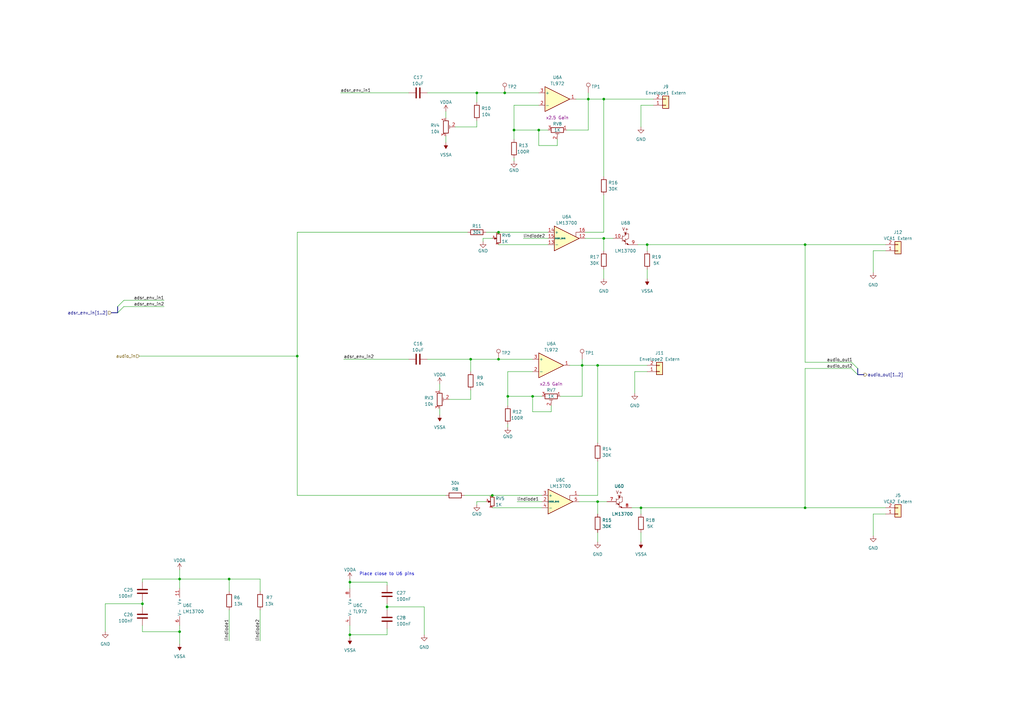
<source format=kicad_sch>
(kicad_sch (version 20230121) (generator eeschema)
  (paper "A3")
  (lib_symbols
    (symbol "Amplifier_Operational:LM13700" (pin_names (offset 0.127))
      (property "Reference" "U" (at 3.81 5.08 0))
      (property "Value" "LM13700" (at 5.08 -5.08 0))
      (symbol "LM13700_1_1"
        (polyline (pts (xy 3.81 -0.635) (xy 3.81 -2.54) (xy 5.08 -2.54)))
        (polyline (pts (xy 5.08 0) (xy -5.08 -5.08) (xy -5.08 5.08) (xy 5.08 0)) (stroke (width 0.254)) (fill (type background)))
        (pin output line (at 7.62 0 180) (length 2.54) (name "~") (number "12"))
        (pin input line (at -7.62 2.54 0) (length 2.54) (name "-") (number "13"))
        (pin input line (at -7.62 -2.54 0) (length 2.54) (name "+") (number "14"))
        (pin input line (at -7.62 0 0) (length 2.54) (name "DIODE_BIAS") (number "15"))
        (pin input line (at 7.62 -2.54 180) (length 2.54) (name "~") (number "16"))
      )
      (symbol "LM13700_2_0"
        (polyline (pts (xy -1.905 2.54) (xy -3.175 2.54)))
      )
      (symbol "LM13700_2_1"
        (circle (center -2.54 1.905) (radius 0.254) (stroke (width 0.254)) (fill (type outline)))
        (polyline (pts (xy -3.81 -0.635) (xy -2.54 -1.27)))
        (polyline (pts (xy -3.81 1.27) (xy -3.81 -1.27)))
        (polyline (pts (xy -2.54 -1.905) (xy -1.27 -2.54)))
        (polyline (pts (xy -2.54 0) (xy -2.54 -2.54)))
        (polyline (pts (xy -3.81 0.635) (xy -2.54 1.27) (xy -2.54 1.905) (xy -2.54 2.54)))
        (polyline (pts (xy -2.54 -1.27) (xy -3.175 -0.635) (xy -3.175 -1.27) (xy -2.54 -1.27)) (fill (type outline)))
        (polyline (pts (xy -2.54 -0.635) (xy -1.27 0) (xy -1.27 1.905) (xy -2.54 1.905)))
        (polyline (pts (xy -1.27 -2.54) (xy -1.905 -1.905) (xy -1.905 -2.54) (xy -1.27 -2.54)) (fill (type outline)))
        (text "V+" (at -2.54 3.81 0) (effects (font (size 1.27 1.27))))
        (pin input line (at -7.62 0 0) (length 3.81) (name "~") (number "10"))
        (pin output line (at 2.54 -2.54 180) (length 3.81) (name "~") (number "9"))
      )
      (symbol "LM13700_3_1"
        (polyline (pts (xy 3.81 -0.635) (xy 3.81 -2.54) (xy 5.08 -2.54)))
        (polyline (pts (xy 5.08 0) (xy -5.08 -5.08) (xy -5.08 5.08) (xy 5.08 0)) (stroke (width 0.254)) (fill (type background)))
        (pin input line (at 7.62 -2.54 180) (length 2.54) (name "~") (number "1"))
        (pin input line (at -7.62 0 0) (length 2.54) (name "DIODE_BIAS") (number "2"))
        (pin input line (at -7.62 -2.54 0) (length 2.54) (name "+") (number "3"))
        (pin input line (at -7.62 2.54 0) (length 2.54) (name "-") (number "4"))
        (pin output line (at 7.62 0 180) (length 2.54) (name "~") (number "5"))
      )
      (symbol "LM13700_4_0"
        (polyline (pts (xy -3.175 2.54) (xy -1.905 2.54)))
        (text "V+" (at -2.54 3.81 0) (effects (font (size 1.27 1.27))))
      )
      (symbol "LM13700_4_1"
        (circle (center -2.54 1.905) (radius 0.254) (stroke (width 0.254)) (fill (type outline)))
        (polyline (pts (xy -3.81 -0.635) (xy -2.54 -1.27)))
        (polyline (pts (xy -3.81 1.27) (xy -3.81 -1.27)))
        (polyline (pts (xy -2.54 -1.905) (xy -1.27 -2.54)))
        (polyline (pts (xy -2.54 0) (xy -2.54 -2.54)))
        (polyline (pts (xy -3.81 0.635) (xy -2.54 1.27) (xy -2.54 2.54)))
        (polyline (pts (xy -2.54 -1.27) (xy -3.175 -0.635) (xy -3.175 -1.27) (xy -2.54 -1.27)) (fill (type outline)))
        (polyline (pts (xy -2.54 -0.635) (xy -1.27 0) (xy -1.27 1.905) (xy -2.54 1.905)))
        (polyline (pts (xy -1.27 -2.54) (xy -1.905 -1.905) (xy -1.905 -2.54) (xy -1.27 -2.54)) (fill (type outline)))
        (pin input line (at -7.62 0 0) (length 3.81) (name "~") (number "7"))
        (pin output line (at 2.54 -2.54 180) (length 3.81) (name "~") (number "8"))
      )
      (symbol "LM13700_5_1"
        (pin power_in line (at -2.54 7.62 270) (length 3.81) (name "V+") (number "11"))
        (pin power_in line (at -2.54 -7.62 90) (length 3.81) (name "V-") (number "6"))
      )
    )
    (symbol "Amplifier_Operational:TL072" (pin_names (offset 0.127))
      (property "Reference" "U" (at 0 5.08 0))
      (property "Value" "TL072" (at 0 -5.08 0))
      (symbol "TL072_1_1"
        (polyline (pts (xy -5.08 5.08) (xy 5.08 0) (xy -5.08 -5.08) (xy -5.08 5.08)) (stroke (width 0.254)) (fill (type background)))
        (pin output line (at 7.62 0 180) (length 2.54) (name "~") (number "1"))
        (pin input line (at -7.62 -2.54 0) (length 2.54) (name "-") (number "2"))
        (pin input line (at -7.62 2.54 0) (length 2.54) (name "+") (number "3"))
      )
      (symbol "TL072_2_1"
        (polyline (pts (xy -5.08 5.08) (xy 5.08 0) (xy -5.08 -5.08) (xy -5.08 5.08)) (stroke (width 0.254)) (fill (type background)))
        (pin input line (at -7.62 2.54 0) (length 2.54) (name "+") (number "5"))
        (pin input line (at -7.62 -2.54 0) (length 2.54) (name "-") (number "6"))
        (pin output line (at 7.62 0 180) (length 2.54) (name "~") (number "7"))
      )
      (symbol "TL072_3_1"
        (pin power_in line (at -2.54 -7.62 90) (length 3.81) (name "V-") (number "4"))
        (pin power_in line (at -2.54 7.62 270) (length 3.81) (name "V+") (number "8"))
      )
    )
    (symbol "Connector:TestPoint" (pin_numbers hide) (pin_names (offset 0.762) hide)
      (property "Reference" "TP" (at 0 6.858 0))
      (property "Value" "TestPoint" (at 0 5.08 0))
      (symbol "TestPoint_0_1"
        (circle (center 0 3.302) (radius 0.762))
      )
      (symbol "TestPoint_1_1"
        (pin passive line (at 0 0 90) (length 2.54) (name "1") (number "1"))
      )
    )
    (symbol "Connector_Generic:Conn_01x02" (pin_names (offset 1.016) hide)
      (property "Reference" "J" (at 0 2.54 0))
      (property "Value" "Conn_01x02" (at 0 -5.08 0))
      (symbol "Conn_01x02_1_1"
        (rectangle (start -1.27 -2.413) (end 0 -2.667) (stroke (width 0.1524)))
        (rectangle (start -1.27 0.127) (end 0 -0.127) (stroke (width 0.1524)))
        (rectangle (start -1.27 1.27) (end 1.27 -3.81) (stroke (width 0.254)) (fill (type background)))
        (pin passive line (at -5.08 0 0) (length 3.81) (name "Pin_1") (number "1"))
        (pin passive line (at -5.08 -2.54 0) (length 3.81) (name "Pin_2") (number "2"))
      )
    )
    (symbol "Device:C" (pin_numbers hide) (pin_names (offset 0.254))
      (property "Reference" "C" (at 0.635 2.54 0))
      (property "Value" "C" (at 0.635 -2.54 0))
      (symbol "C_0_1"
        (polyline (pts (xy -2.032 -0.762) (xy 2.032 -0.762)) (stroke (width 0.508)))
        (polyline (pts (xy -2.032 0.762) (xy 2.032 0.762)) (stroke (width 0.508)))
      )
      (symbol "C_1_1"
        (pin passive line (at 0 3.81 270) (length 2.794) (name "~") (number "1"))
        (pin passive line (at 0 -3.81 90) (length 2.794) (name "~") (number "2"))
      )
    )
    (symbol "Device:R" (pin_numbers hide) (pin_names (offset 0))
      (property "Reference" "R" (at 2.032 0 90))
      (property "Value" "R" (at 0 0 90))
      (symbol "R_0_1"
        (rectangle (start -1.016 -2.54) (end 1.016 2.54) (stroke (width 0.254)))
      )
      (symbol "R_1_1"
        (pin passive line (at 0 3.81 270) (length 1.27) (name "~") (number "1"))
        (pin passive line (at 0 -3.81 90) (length 1.27) (name "~") (number "2"))
      )
    )
    (symbol "Device:R_Potentiometer_Small" (pin_names (offset 1.016) hide)
      (property "Reference" "RV" (at -4.445 0 90))
      (property "Value" "R_Potentiometer_Small" (at -2.54 0 90))
      (symbol "R_Potentiometer_Small_0_1"
        (polyline (pts (xy 0.889 0) (xy 0.635 0) (xy 1.651 0.381) (xy 1.651 -0.381) (xy 0.635 0) (xy 0.889 0)) (fill (type outline)))
        (rectangle (start 0.762 1.8034) (end -0.762 -1.8034) (stroke (width 0.254)))
      )
      (symbol "R_Potentiometer_Small_1_1"
        (pin passive line (at 0 2.54 270) (length 0.635) (name "1") (number "1"))
        (pin passive line (at 2.54 0 180) (length 0.9906) (name "2") (number "2"))
        (pin passive line (at 0 -2.54 90) (length 0.635) (name "3") (number "3"))
      )
    )
    (symbol "Device:R_Potentiometer_Trim" (pin_names (offset 1.016) hide)
      (property "Reference" "RV" (at -4.445 0 90))
      (property "Value" "R_Potentiometer_Trim" (at -2.54 0 90))
      (symbol "R_Potentiometer_Trim_0_1"
        (polyline (pts (xy 1.524 0.762) (xy 1.524 -0.762)))
        (polyline (pts (xy 2.54 0) (xy 1.524 0)))
        (rectangle (start 1.016 2.54) (end -1.016 -2.54) (stroke (width 0.254)))
      )
      (symbol "R_Potentiometer_Trim_1_1"
        (pin passive line (at 0 3.81 270) (length 1.27) (name "1") (number "1"))
        (pin passive line (at 3.81 0 180) (length 1.27) (name "2") (number "2"))
        (pin passive line (at 0 -3.81 90) (length 1.27) (name "3") (number "3"))
      )
    )
    (symbol "power:GND" (power) (pin_names (offset 0))
      (property "Value" "GND" (at 0 -3.81 0))
      (symbol "GND_0_1"
        (polyline (pts (xy 0 0) (xy 0 -1.27) (xy 1.27 -1.27) (xy 0 -2.54) (xy -1.27 -1.27) (xy 0 -1.27)))
      )
      (symbol "GND_1_1"
        (pin power_in line (at 0 0 270) (length 0) hide (name "GND") (number "1"))
      )
    )
    (symbol "power:VDDA" (power) (pin_names (offset 0))
      (property "Value" "VDDA" (at 0 3.81 0))
      (symbol "VDDA_0_1"
        (polyline (pts (xy -0.762 1.27) (xy 0 2.54)))
        (polyline (pts (xy 0 0) (xy 0 2.54)))
        (polyline (pts (xy 0 2.54) (xy 0.762 1.27)))
      )
      (symbol "VDDA_1_1"
        (pin power_in line (at 0 0 90) (length 0) hide (name "VDDA") (number "1"))
      )
    )
    (symbol "power:VSSA" (power) (pin_names (offset 0))
      (property "Value" "VSSA" (at 0 3.81 0))
      (symbol "VSSA_0_1"
        (polyline (pts (xy 0 0) (xy 0 2.54)))
        (polyline (pts (xy 0.762 1.27) (xy -0.762 1.27) (xy 0 2.54) (xy 0.762 1.27)) (fill (type outline)))
      )
      (symbol "VSSA_1_1"
        (pin power_in line (at 0 0 90) (length 0) hide (name "VSSA") (number "1"))
      )
    )
  )
  (junction (at 204.47 147.32))
  (junction (at 220.98 53.34))
  (junction (at 204.47 95.25))
  (junction (at 245.11 149.86))
  (junction (at 241.3 40.64))
  (junction (at 247.65 40.64))
  (junction (at 265.43 100.33))
  (junction (at 93.98 237.49))
  (junction (at 245.11 205.74))
  (junction (at 238.76 149.86))
  (junction (at 143.51 238.76))
  (junction (at 208.28 162.56))
  (junction (at 143.51 260.35))
  (junction (at 330.2 100.33))
  (junction (at 330.2 208.28))
  (junction (at 58.42 247.65))
  (junction (at 210.82 53.34))
  (junction (at 158.75 248.92))
  (junction (at 73.66 259.08))
  (junction (at 121.92 146.05))
  (junction (at 262.89 208.28))
  (junction (at 195.58 38.1))
  (junction (at 193.04 147.32))
  (junction (at 218.44 162.56))
  (junction (at 247.65 97.79))
  (junction (at 73.66 237.49))
  (junction (at 201.93 203.2))
  (junction (at 207.01 38.1))
  (bus_entry (at 351.79 151.13) (size -2.54 -2.54))
  (bus_entry (at 48.26 128.27) (size 2.54 -2.54))
  (bus_entry (at 48.26 125.73) (size 2.54 -2.54))
  (bus_entry (at 351.79 153.67) (size -2.54 -2.54))
  (wire (pts (xy 143.51 261.62) (xy 143.51 260.35)))
  (wire (pts (xy 247.65 110.49) (xy 247.65 114.3)))
  (wire (pts (xy 201.93 97.79) (xy 198.12 97.79)))
  (wire (pts (xy 140.97 147.32) (xy 167.64 147.32)))
  (wire (pts (xy 262.89 218.44) (xy 262.89 222.25)))
  (wire (pts (xy 247.65 40.64) (xy 247.65 72.39)))
  (wire (pts (xy 210.82 64.77) (xy 210.82 66.04)))
  (wire (pts (xy 245.11 205.74) (xy 248.92 205.74)))
  (wire (pts (xy 180.34 167.64) (xy 180.34 170.18)))
  (wire (pts (xy 143.51 260.35) (xy 158.75 260.35)))
  (wire (pts (xy 262.89 208.28) (xy 262.89 210.82)))
  (wire (pts (xy 233.68 149.86) (xy 238.76 149.86)))
  (wire (pts (xy 208.28 162.56) (xy 218.44 162.56)))
  (wire (pts (xy 241.3 38.1) (xy 241.3 40.64)))
  (wire (pts (xy 193.04 147.32) (xy 193.04 152.4)))
  (wire (pts (xy 238.76 149.86) (xy 245.11 149.86)))
  (wire (pts (xy 201.93 208.28) (xy 222.25 208.28)))
  (wire (pts (xy 210.82 43.18) (xy 210.82 53.34)))
  (wire (pts (xy 228.6 59.69) (xy 220.98 59.69)))
  (wire (pts (xy 212.09 205.74) (xy 222.25 205.74)))
  (wire (pts (xy 106.68 242.57) (xy 106.68 237.49)))
  (wire (pts (xy 247.65 95.25) (xy 247.65 80.01)))
  (wire (pts (xy 43.18 247.65) (xy 43.18 259.08)))
  (wire (pts (xy 204.47 147.32) (xy 218.44 147.32)))
  (wire (pts (xy 260.35 152.4) (xy 260.35 161.29)))
  (wire (pts (xy 210.82 53.34) (xy 220.98 53.34)))
  (wire (pts (xy 182.88 55.88) (xy 182.88 58.42)))
  (wire (pts (xy 240.03 95.25) (xy 247.65 95.25)))
  (wire (pts (xy 199.39 205.74) (xy 195.58 205.74)))
  (wire (pts (xy 226.06 168.91) (xy 218.44 168.91)))
  (wire (pts (xy 210.82 43.18) (xy 220.98 43.18)))
  (wire (pts (xy 363.22 210.82) (xy 358.14 210.82)))
  (wire (pts (xy 262.89 208.28) (xy 330.2 208.28)))
  (wire (pts (xy 158.75 247.65) (xy 158.75 248.92)))
  (wire (pts (xy 190.5 203.2) (xy 201.93 203.2)))
  (wire (pts (xy 57.15 146.05) (xy 121.92 146.05)))
  (wire (pts (xy 204.47 95.25) (xy 224.79 95.25)))
  (wire (pts (xy 199.39 95.25) (xy 204.47 95.25)))
  (wire (pts (xy 330.2 151.13) (xy 349.25 151.13)))
  (wire (pts (xy 139.7 38.1) (xy 167.64 38.1)))
  (bus (pts (xy 354.33 153.67) (xy 351.79 153.67)))
  (wire (pts (xy 238.76 147.32) (xy 238.76 149.86)))
  (wire (pts (xy 210.82 53.34) (xy 210.82 57.15)))
  (wire (pts (xy 267.97 43.18) (xy 262.89 43.18)))
  (wire (pts (xy 158.75 248.92) (xy 173.99 248.92)))
  (wire (pts (xy 330.2 100.33) (xy 363.22 100.33)))
  (wire (pts (xy 106.68 250.19) (xy 106.68 262.89)))
  (wire (pts (xy 358.14 102.87) (xy 358.14 111.76)))
  (wire (pts (xy 208.28 152.4) (xy 208.28 162.56)))
  (wire (pts (xy 195.58 38.1) (xy 195.58 41.91)))
  (bus (pts (xy 45.72 128.27) (xy 48.26 128.27)))
  (wire (pts (xy 73.66 259.08) (xy 58.42 259.08)))
  (wire (pts (xy 214.63 97.79) (xy 224.79 97.79)))
  (wire (pts (xy 236.22 40.64) (xy 241.3 40.64)))
  (wire (pts (xy 158.75 238.76) (xy 158.75 240.03)))
  (wire (pts (xy 262.89 43.18) (xy 262.89 52.07)))
  (wire (pts (xy 143.51 238.76) (xy 158.75 238.76)))
  (wire (pts (xy 204.47 100.33) (xy 224.79 100.33)))
  (bus (pts (xy 48.26 125.73) (xy 48.26 128.27)))
  (wire (pts (xy 208.28 173.99) (xy 208.28 175.26)))
  (wire (pts (xy 195.58 38.1) (xy 207.01 38.1)))
  (wire (pts (xy 186.69 52.07) (xy 195.58 52.07)))
  (wire (pts (xy 198.12 97.79) (xy 198.12 99.06)))
  (wire (pts (xy 73.66 237.49) (xy 73.66 241.3)))
  (wire (pts (xy 241.3 40.64) (xy 247.65 40.64)))
  (wire (pts (xy 67.31 125.73) (xy 50.8 125.73)))
  (wire (pts (xy 73.66 237.49) (xy 58.42 237.49)))
  (wire (pts (xy 193.04 160.02) (xy 193.04 163.83)))
  (wire (pts (xy 265.43 100.33) (xy 265.43 102.87)))
  (wire (pts (xy 58.42 237.49) (xy 58.42 238.76)))
  (wire (pts (xy 121.92 95.25) (xy 121.92 146.05)))
  (wire (pts (xy 245.11 149.86) (xy 265.43 149.86)))
  (wire (pts (xy 158.75 257.81) (xy 158.75 260.35)))
  (wire (pts (xy 241.3 53.34) (xy 241.3 40.64)))
  (wire (pts (xy 238.76 162.56) (xy 238.76 149.86)))
  (wire (pts (xy 58.42 247.65) (xy 43.18 247.65)))
  (wire (pts (xy 358.14 210.82) (xy 358.14 219.71)))
  (wire (pts (xy 173.99 248.92) (xy 173.99 260.35)))
  (wire (pts (xy 143.51 238.76) (xy 143.51 241.3)))
  (wire (pts (xy 261.62 100.33) (xy 265.43 100.33)))
  (wire (pts (xy 207.01 38.1) (xy 220.98 38.1)))
  (wire (pts (xy 93.98 242.57) (xy 93.98 237.49)))
  (wire (pts (xy 143.51 260.35) (xy 143.51 256.54)))
  (wire (pts (xy 228.6 57.15) (xy 228.6 59.69)))
  (wire (pts (xy 237.49 203.2) (xy 245.11 203.2)))
  (wire (pts (xy 237.49 205.74) (xy 245.11 205.74)))
  (wire (pts (xy 208.28 152.4) (xy 218.44 152.4)))
  (wire (pts (xy 232.41 53.34) (xy 241.3 53.34)))
  (wire (pts (xy 73.66 259.08) (xy 73.66 264.16)))
  (wire (pts (xy 50.8 123.19) (xy 67.31 123.19)))
  (wire (pts (xy 180.34 157.48) (xy 180.34 160.02)))
  (wire (pts (xy 218.44 162.56) (xy 222.25 162.56)))
  (wire (pts (xy 245.11 149.86) (xy 245.11 181.61)))
  (wire (pts (xy 240.03 97.79) (xy 247.65 97.79)))
  (wire (pts (xy 265.43 152.4) (xy 260.35 152.4)))
  (wire (pts (xy 121.92 146.05) (xy 121.92 203.2)))
  (wire (pts (xy 184.15 163.83) (xy 193.04 163.83)))
  (wire (pts (xy 247.65 97.79) (xy 251.46 97.79)))
  (wire (pts (xy 229.87 162.56) (xy 238.76 162.56)))
  (wire (pts (xy 158.75 248.92) (xy 158.75 250.19)))
  (wire (pts (xy 175.26 147.32) (xy 193.04 147.32)))
  (wire (pts (xy 195.58 205.74) (xy 195.58 207.01)))
  (wire (pts (xy 245.11 189.23) (xy 245.11 203.2)))
  (wire (pts (xy 175.26 38.1) (xy 195.58 38.1)))
  (wire (pts (xy 330.2 100.33) (xy 330.2 148.59)))
  (wire (pts (xy 58.42 247.65) (xy 58.42 248.92)))
  (wire (pts (xy 226.06 166.37) (xy 226.06 168.91)))
  (wire (pts (xy 330.2 208.28) (xy 363.22 208.28)))
  (wire (pts (xy 208.28 162.56) (xy 208.28 166.37)))
  (wire (pts (xy 193.04 147.32) (xy 204.47 147.32)))
  (wire (pts (xy 247.65 97.79) (xy 247.65 102.87)))
  (wire (pts (xy 330.2 208.28) (xy 330.2 151.13)))
  (wire (pts (xy 58.42 246.38) (xy 58.42 247.65)))
  (wire (pts (xy 58.42 256.54) (xy 58.42 259.08)))
  (wire (pts (xy 182.88 45.72) (xy 182.88 48.26)))
  (wire (pts (xy 73.66 256.54) (xy 73.66 259.08)))
  (wire (pts (xy 247.65 40.64) (xy 267.97 40.64)))
  (wire (pts (xy 245.11 205.74) (xy 245.11 210.82)))
  (bus (pts (xy 351.79 151.13) (xy 351.79 153.67)))
  (wire (pts (xy 330.2 148.59) (xy 349.25 148.59)))
  (wire (pts (xy 195.58 49.53) (xy 195.58 52.07)))
  (wire (pts (xy 245.11 218.44) (xy 245.11 222.25)))
  (wire (pts (xy 121.92 95.25) (xy 191.77 95.25)))
  (wire (pts (xy 201.93 203.2) (xy 222.25 203.2)))
  (wire (pts (xy 220.98 53.34) (xy 224.79 53.34)))
  (wire (pts (xy 93.98 237.49) (xy 73.66 237.49)))
  (wire (pts (xy 265.43 100.33) (xy 330.2 100.33)))
  (wire (pts (xy 143.51 237.49) (xy 143.51 238.76)))
  (wire (pts (xy 93.98 262.89) (xy 93.98 250.19)))
  (wire (pts (xy 121.92 203.2) (xy 182.88 203.2)))
  (wire (pts (xy 265.43 110.49) (xy 265.43 114.3)))
  (wire (pts (xy 220.98 59.69) (xy 220.98 53.34)))
  (wire (pts (xy 363.22 102.87) (xy 358.14 102.87)))
  (wire (pts (xy 259.08 208.28) (xy 262.89 208.28)))
  (wire (pts (xy 106.68 237.49) (xy 93.98 237.49)))
  (wire (pts (xy 218.44 168.91) (xy 218.44 162.56)))
  (wire (pts (xy 73.66 233.68) (xy 73.66 237.49)))
  (text "Place close to U6 pins" (at 147.32 236.22 0) (effects (font (size 1.27 1.27)) (justify left bottom)))
  (label "adsr_env_in1" (at 67.31 123.19 180))
  (label "lindiode2" (at 214.63 97.79 0))
  (label "lindiode2" (at 106.68 262.89 90))
  (label "adsr_env_in2" (at 140.97 147.32 0))
  (label "adsr_env_in2" (at 67.31 125.73 180))
  (label "audio_out2" (at 339.09 151.13 0))
  (label "lindiode1" (at 212.09 205.74 0))
  (label "audio_out1" (at 339.09 148.59 0))
  (label "lindiode1" (at 93.98 262.89 90))
  (label "adsr_env_in1" (at 139.7 38.1 0))
  (hierarchical_label "audio_in" (shape input) (at 57.15 146.05 180))
  (hierarchical_label "audio_out[1..2]" (shape output) (at 354.33 153.67 0))
  (hierarchical_label "adsr_env_in[1..2]" (shape input) (at 45.72 128.27 180))
  (symbol (lib_id "Device:R") (at 247.65 106.68 0) (mirror x) (unit 1)
    (property "Reference" "R17" (at 243.84 105.41 0))
    (property "Value" "30K" (at 243.84 107.95 0))
    (property "Footprint" "Resistor_SMD:R_0805_2012Metric_Pad1.20x1.40mm_HandSolder" (effects hide))
  )
  (symbol (lib_id "Connector_Generic:Conn_01x02") (at 368.3 102.87 0) (mirror x) (unit 1)
    (property "Reference" "J12" (at 368.3 95.25 0))
    (property "Value" "VCA1 Extern" (at 368.3 97.79 0))
    (property "Footprint" "Connector_PinHeader_2.54mm:PinHeader_1x02_P2.54mm_Vertical" (effects hide))
  )
  (symbol (lib_id "Amplifier_Operational:LM13700") (at 256.54 205.74 0) (unit 4)
    (property "Reference" "U6" (at 254 199.39 0))
    (property "Value" "LM13700" (at 255.27 210.82 0))
    (property "Footprint" "Package_SO:SOIC-16_3.9x9.9mm_P1.27mm" (effects hide))
    (property "Datasheet" "${KIPRJMOD}/../../docs/datasheet/lm13700.pdf" (effects hide))
  )
  (symbol (lib_id "Device:C") (at 158.75 243.84 0) (unit 1)
    (property "Reference" "C27" (at 162.56 243.205 0) (effects (justify left)))
    (property "Value" "100nF" (at 162.56 245.745 0) (effects (justify left)))
    (property "Footprint" "Capacitor_SMD:C_0805_2012Metric_Pad1.18x1.45mm_HandSolder" (effects hide))
    (instances (project "adsr_vca_fx" (path "" (reference "C27") (unit 1)) (path "" (reference "C9") (unit 1)) (path "" (reference "C14") (unit 1))))
  )
  (symbol (lib_id "power:VDDA") (at 182.88 45.72 0) (unit 1)
    (property "Reference" "#PWR045" (effects hide))
    (property "Value" "VDDA" (at 182.88 41.91 0))
  )
  (symbol (lib_id "Device:C") (at 58.42 242.57 0) (mirror y) (unit 1)
    (property "Reference" "C25" (at 54.61 241.935 0) (effects (justify left)))
    (property "Value" "100nF" (at 54.61 244.475 0) (effects (justify left)))
    (property "Footprint" "Capacitor_SMD:C_0805_2012Metric_Pad1.18x1.45mm_HandSolder" (effects hide))
    (instances (project "adsr_vca_fx" (path "" (reference "C25") (unit 1)) (path "" (reference "C12") (unit 1))))
  )
  (symbol (lib_id "power:GND") (at 208.28 175.26 0) (unit 1)
    (property "Reference" "#PWR049" (effects hide))
    (property "Value" "GND" (at 208.28 179.07 0))
  )
  (symbol (lib_id "Device:C") (at 58.42 252.73 0) (mirror y) (unit 1)
    (property "Reference" "C26" (at 54.61 252.095 0) (effects (justify left)))
    (property "Value" "100nF" (at 54.61 254.635 0) (effects (justify left)))
    (property "Footprint" "Capacitor_SMD:C_0805_2012Metric_Pad1.18x1.45mm_HandSolder" (effects hide))
    (instances (project "adsr_vca_fx" (path "" (reference "C26") (unit 1)) (path "" (reference "C13") (unit 1))))
  )
  (symbol (lib_id "Connector_Generic:Conn_01x02") (at 270.51 152.4 0) (mirror x) (unit 1)
    (property "Reference" "J11" (at 270.51 144.78 0))
    (property "Value" "Envelope2 Extern" (at 270.51 147.32 0))
    (property "Footprint" "Connector_PinHeader_2.54mm:PinHeader_1x02_P2.54mm_Vertical" (effects hide))
  )
  (symbol (lib_id "Device:R_Potentiometer_Trim") (at 226.06 162.56 270) (unit 1)
    (property "Reference" "RV7" (at 226.06 160.02 90))
    (property "Value" "1K" (at 226.06 162.56 90))
    (property "Footprint" "Potentiometer_THT:Potentiometer_Piher_PT-10-V10_Vertical" (effects hide))
    (property "Gain" "x2.5 Gain" (at 226.06 157.48 90))
  )
  (symbol (lib_id "power:GND") (at 260.35 161.29 0) (unit 1)
    (property "Reference" "#PWR070" (effects hide))
    (property "Value" "GND" (at 260.35 166.37 0))
  )
  (symbol (lib_id "power:VSSA") (at 143.51 261.62 180) (unit 1)
    (property "Reference" "#PWR041" (effects hide))
    (property "Value" "VSSA" (at 143.51 266.7 0))
  )
  (symbol (lib_id "Device:R") (at 106.68 246.38 180) (unit 1)
    (property "Reference" "R7" (at 110.49 245.11 0))
    (property "Value" "13k" (at 110.49 247.65 0))
    (property "Footprint" "Resistor_SMD:R_0805_2012Metric_Pad1.20x1.40mm_HandSolder" (effects hide))
  )
  (symbol (lib_id "Device:R") (at 208.28 170.18 0) (mirror x) (unit 1)
    (property "Reference" "R12" (at 212.09 168.91 0))
    (property "Value" "100R" (at 212.09 171.45 0))
    (property "Footprint" "Resistor_SMD:R_0805_2012Metric_Pad1.20x1.40mm_HandSolder" (effects hide))
  )
  (symbol (lib_id "Connector:TestPoint") (at 207.01 38.1 0) (unit 1)
    (property "Reference" "TP2" (at 208.28 35.56 0) (effects (justify left)))
    (property "Value" "TestPoint" (effects hide))
    (property "Footprint" "TestPoint:TestPoint_Pad_1.0x1.0mm" (effects hide))
    (instances (project "adsr_vca_fx" (path "" (reference "TP2") (unit 1)) (path "" (reference "TP6") (unit 1))))
  )
  (symbol (lib_id "Connector:TestPoint") (at 238.76 147.32 0) (unit 1)
    (property "Reference" "TP1" (at 240.03 144.78 0) (effects (justify left)))
    (property "Value" "TestPoint" (effects hide))
    (property "Footprint" "TestPoint:TestPoint_Pad_1.0x1.0mm" (effects hide))
    (instances (project "adsr_vca_fx" (path "" (reference "TP1") (unit 1)) (path "" (reference "TP7") (unit 1))))
  )
  (symbol (lib_id "power:VSSA") (at 262.89 222.25 180) (unit 1)
    (property "Reference" "#PWR054" (effects hide))
    (property "Value" "VSSA" (at 262.89 227.33 0))
  )
  (symbol (lib_id "Amplifier_Operational:LM13700") (at 232.41 97.79 0) (mirror x) (unit 1)
    (property "Reference" "U6" (at 232.41 88.9 0))
    (property "Value" "LM13700" (at 232.41 91.44 0))
    (property "Footprint" "Package_SO:SOIC-16_3.9x9.9mm_P1.27mm" (effects hide))
    (property "Datasheet" "${KIPRJMOD}/../../docs/datasheet/lm13700.pdf" (effects hide))
  )
  (symbol (lib_id "Device:R_Potentiometer_Trim") (at 228.6 53.34 270) (unit 1)
    (property "Reference" "RV8" (at 228.6 50.8 90))
    (property "Value" "1K" (at 228.6 53.34 90))
    (property "Footprint" "Potentiometer_THT:Potentiometer_Piher_PT-10-V10_Vertical" (effects hide))
    (property "Gain" "x2.5 Gain" (at 228.6 48.26 90))
  )
  (symbol (lib_id "power:VSSA") (at 180.34 170.18 180) (unit 1)
    (property "Reference" "#PWR044" (effects hide))
    (property "Value" "VSSA" (at 180.34 175.26 0))
  )
  (symbol (lib_id "Device:R") (at 245.11 185.42 180) (unit 1)
    (property "Reference" "R14" (at 248.92 184.15 0))
    (property "Value" "30K" (at 248.92 186.69 0))
    (property "Footprint" "Resistor_SMD:R_0805_2012Metric_Pad1.20x1.40mm_HandSolder" (effects hide))
  )
  (symbol (lib_id "power:VDDA") (at 143.51 237.49 0) (unit 1)
    (property "Reference" "#PWR040" (effects hide))
    (property "Value" "VDDA" (at 143.51 233.68 0))
  )
  (symbol (lib_id "power:GND") (at 245.11 222.25 0) (unit 1)
    (property "Reference" "#PWR051" (effects hide))
    (property "Value" "GND" (at 245.11 227.33 0))
  )
  (symbol (lib_id "power:GND") (at 358.14 111.76 0) (unit 1)
    (property "Reference" "#PWR018" (effects hide))
    (property "Value" "GND" (at 358.14 116.84 0))
  )
  (symbol (lib_id "Amplifier_Operational:LM13700") (at 76.2 248.92 0) (unit 5)
    (property "Reference" "U6" (at 74.93 248.285 0) (effects (justify left)))
    (property "Value" "LM13700" (at 74.93 250.825 0) (effects (justify left)))
    (property "Footprint" "Package_SO:SOIC-16_3.9x9.9mm_P1.27mm" (effects hide))
    (property "Datasheet" "${KIPRJMOD}/../../docs/datasheet/lm13700.pdf" (effects hide))
  )
  (symbol (lib_id "Device:C") (at 171.45 147.32 90) (unit 1)
    (property "Reference" "C16" (at 171.45 140.97 90))
    (property "Value" "10uF" (at 171.45 143.51 90))
    (property "Footprint" "Capacitor_SMD:C_0805_2012Metric_Pad1.18x1.45mm_HandSolder" (effects hide))
  )
  (symbol (lib_id "Amplifier_Operational:TL072") (at 226.06 149.86 0) (unit 1)
    (property "Reference" "U6" (at 226.06 140.97 0))
    (property "Value" "TL972" (at 226.06 143.51 0))
    (property "Footprint" "Package_SO:SOIC-8_3.9x4.9mm_P1.27mm" (effects hide))
    (property "Datasheet" "${KIPRJMOD}/../../docs/datasheet/tl971.pdf" (effects hide))
    (instances (project "adsr_vca_fx" (path "" (reference "U6") (unit 1)) (path "" (reference "U7") (unit 2))))
  )
  (symbol (lib_id "power:VDDA") (at 180.34 157.48 0) (unit 1)
    (property "Reference" "#PWR043" (effects hide))
    (property "Value" "VDDA" (at 180.34 153.67 0))
  )
  (symbol (lib_id "power:GND") (at 173.99 260.35 0) (unit 1)
    (property "Reference" "#PWR058" (effects hide))
    (property "Value" "GND" (at 173.99 265.43 0))
    (instances (project "adsr_vca_fx" (path "" (reference "#PWR058") (unit 1)) (path "" (reference "#PWR026") (unit 1)) (path "" (reference "#PWR042") (unit 1))))
  )
  (symbol (lib_id "Connector_Generic:Conn_01x02") (at 273.05 43.18 0) (mirror x) (unit 1)
    (property "Reference" "J9" (at 273.05 35.56 0))
    (property "Value" "Envelope1 Extern" (at 273.05 38.1 0))
    (property "Footprint" "Connector_PinHeader_2.54mm:PinHeader_1x02_P2.54mm_Vertical" (effects hide))
  )
  (symbol (lib_id "Connector:TestPoint") (at 241.3 38.1 0) (unit 1)
    (property "Reference" "TP1" (at 242.57 35.56 0) (effects (justify left)))
    (property "Value" "TestPoint" (effects hide))
    (property "Footprint" "TestPoint:TestPoint_Pad_1.0x1.0mm" (effects hide))
    (instances (project "adsr_vca_fx" (path "" (reference "TP1") (unit 1)) (path "" (reference "TP8") (unit 1))))
  )
  (symbol (lib_id "power:GND") (at 210.82 66.04 0) (unit 1)
    (property "Reference" "#PWR050" (effects hide))
    (property "Value" "GND" (at 210.82 69.85 0))
  )
  (symbol (lib_id "Device:R_Potentiometer_Trim") (at 180.34 163.83 0) (unit 1)
    (property "Reference" "RV3" (at 177.8 163.195 0) (effects (justify right)))
    (property "Value" "10k" (at 177.8 165.735 0) (effects (justify right)))
    (property "Footprint" "Potentiometer_THT:Potentiometer_Piher_PT-10-V10_Vertical" (effects hide))
  )
  (symbol (lib_id "power:GND") (at 198.12 99.06 0) (unit 1)
    (property "Reference" "#PWR048" (effects hide))
    (property "Value" "GND" (at 198.12 102.87 0))
  )
  (symbol (lib_id "Device:R") (at 210.82 60.96 0) (mirror x) (unit 1)
    (property "Reference" "R13" (at 214.63 59.69 0))
    (property "Value" "100R" (at 214.63 62.23 0))
    (property "Footprint" "Resistor_SMD:R_0805_2012Metric_Pad1.20x1.40mm_HandSolder" (effects hide))
  )
  (symbol (lib_id "Device:R_Potentiometer_Small") (at 204.47 97.79 0) (mirror y) (unit 1)
    (property "Reference" "RV6" (at 205.74 96.52 0) (effects (justify right)))
    (property "Value" "1K" (at 205.74 99.06 0) (effects (justify right)))
    (property "Footprint" "Potentiometer_THT:Potentiometer_Piher_PT-10-V10_Vertical" (effects hide))
  )
  (symbol (lib_id "power:VSSA") (at 73.66 264.16 180) (unit 1)
    (property "Reference" "#PWR039" (effects hide))
    (property "Value" "VSSA" (at 73.66 269.24 0))
  )
  (symbol (lib_id "power:GND") (at 262.89 52.07 0) (unit 1)
    (property "Reference" "#PWR053" (effects hide))
    (property "Value" "GND" (at 262.89 57.15 0))
  )
  (symbol (lib_id "Device:R") (at 93.98 246.38 180) (unit 1)
    (property "Reference" "R6" (at 97.155 245.11 0))
    (property "Value" "13k" (at 97.79 247.65 0))
    (property "Footprint" "Resistor_SMD:R_0805_2012Metric_Pad1.20x1.40mm_HandSolder" (effects hide))
  )
  (symbol (lib_id "Device:R") (at 195.58 45.72 0) (mirror x) (unit 1)
    (property "Reference" "R10" (at 199.39 44.45 0))
    (property "Value" "10k" (at 199.39 46.99 0))
    (property "Footprint" "Resistor_SMD:R_0805_2012Metric_Pad1.20x1.40mm_HandSolder" (effects hide))
  )
  (symbol (lib_id "power:VSSA") (at 182.88 58.42 180) (unit 1)
    (property "Reference" "#PWR046" (effects hide))
    (property "Value" "VSSA" (at 182.88 63.5 0))
  )
  (symbol (lib_id "Amplifier_Operational:LM13700") (at 259.08 97.79 0) (unit 2)
    (property "Reference" "U6" (at 256.54 91.44 0))
    (property "Value" "LM13700" (at 256.54 102.87 0))
    (property "Footprint" "Package_SO:SOIC-16_3.9x9.9mm_P1.27mm" (effects hide))
    (property "Datasheet" "${KIPRJMOD}/../../docs/datasheet/lm13700.pdf" (effects hide))
  )
  (symbol (lib_id "Amplifier_Operational:LM13700") (at 229.87 205.74 0) (mirror x) (unit 3)
    (property "Reference" "U6" (at 229.87 196.85 0))
    (property "Value" "LM13700" (at 229.87 199.39 0))
    (property "Footprint" "Package_SO:SOIC-16_3.9x9.9mm_P1.27mm" (effects hide))
    (property "Datasheet" "${KIPRJMOD}/../../docs/datasheet/lm13700.pdf" (effects hide))
  )
  (symbol (lib_id "Connector_Generic:Conn_01x02") (at 368.3 210.82 0) (mirror x) (unit 1)
    (property "Reference" "J5" (at 368.3 203.2 0))
    (property "Value" "VCA2 Extern" (at 368.3 205.74 0))
    (property "Footprint" "Connector_PinHeader_2.54mm:PinHeader_1x02_P2.54mm_Vertical" (effects hide))
  )
  (symbol (lib_id "power:GND") (at 43.18 259.08 0) (mirror y) (unit 1)
    (property "Reference" "#PWR057" (effects hide))
    (property "Value" "GND" (at 43.18 264.16 0))
    (instances (project "adsr_vca_fx" (path "" (reference "#PWR057") (unit 1)) (path "" (reference "#PWR037") (unit 1))))
  )
  (symbol (lib_id "Device:R") (at 247.65 76.2 180) (unit 1)
    (property "Reference" "R16" (at 251.46 74.93 0))
    (property "Value" "30K" (at 251.46 77.47 0))
    (property "Footprint" "Resistor_SMD:R_0805_2012Metric_Pad1.20x1.40mm_HandSolder" (effects hide))
  )
  (symbol (lib_id "power:GND") (at 358.14 219.71 0) (unit 1)
    (property "Reference" "#PWR013" (effects hide))
    (property "Value" "GND" (at 358.14 224.79 0))
  )
  (symbol (lib_id "Device:R") (at 262.89 214.63 180) (unit 1)
    (property "Reference" "R18" (at 266.7 213.36 0))
    (property "Value" "5K" (at 266.7 215.9 0))
    (property "Footprint" "Resistor_SMD:R_0805_2012Metric_Pad1.20x1.40mm_HandSolder" (effects hide))
  )
  (symbol (lib_id "Amplifier_Operational:TL072") (at 146.05 248.92 0) (unit 3)
    (property "Reference" "U6" (at 144.78 248.285 0) (effects (justify left)))
    (property "Value" "TL972" (at 144.78 250.825 0) (effects (justify left)))
    (property "Footprint" "Package_SO:SOIC-8_3.9x4.9mm_P1.27mm" (effects hide))
    (property "Datasheet" "${KIPRJMOD}/../../docs/datasheet/tl971.pdf" (effects hide))
    (instances (project "adsr_vca_fx" (path "" (reference "U6") (unit 3)) (path "" (reference "U6") (unit 3)) (path "" (reference "U7") (unit 3))))
  )
  (symbol (lib_id "power:GND") (at 195.58 207.01 0) (unit 1)
    (property "Reference" "#PWR047" (effects hide))
    (property "Value" "GND" (at 195.58 210.82 0))
  )
  (symbol (lib_id "power:GND") (at 247.65 114.3 0) (unit 1)
    (property "Reference" "#PWR052" (effects hide))
    (property "Value" "GND" (at 247.65 119.38 0))
  )
  (symbol (lib_id "Device:R_Potentiometer_Small") (at 201.93 205.74 0) (mirror y) (unit 1)
    (property "Reference" "RV5" (at 203.2 204.47 0) (effects (justify right)))
    (property "Value" "1K" (at 203.2 207.01 0) (effects (justify right)))
    (property "Footprint" "Potentiometer_THT:Potentiometer_Piher_PT-10-V10_Vertical" (effects hide))
  )
  (symbol (lib_id "Device:R") (at 186.69 203.2 90) (mirror x) (unit 1)
    (property "Reference" "R8" (at 186.69 200.66 90))
    (property "Value" "30k" (at 186.69 198.12 90))
    (property "Footprint" "Resistor_SMD:R_0805_2012Metric_Pad1.20x1.40mm_HandSolder" (effects hide))
  )
  (symbol (lib_id "Device:C") (at 171.45 38.1 90) (unit 1)
    (property "Reference" "C17" (at 171.45 31.75 90))
    (property "Value" "10uF" (at 171.45 34.29 90))
    (property "Footprint" "Capacitor_SMD:C_0805_2012Metric_Pad1.18x1.45mm_HandSolder" (effects hide))
  )
  (symbol (lib_id "Device:R") (at 193.04 156.21 0) (mirror x) (unit 1)
    (property "Reference" "R9" (at 196.85 154.94 0))
    (property "Value" "10k" (at 196.85 157.48 0))
    (property "Footprint" "Resistor_SMD:R_0805_2012Metric_Pad1.20x1.40mm_HandSolder" (effects hide))
  )
  (symbol (lib_id "power:VDDA") (at 73.66 233.68 0) (unit 1)
    (property "Reference" "#PWR038" (effects hide))
    (property "Value" "VDDA" (at 73.66 229.87 0))
  )
  (symbol (lib_id "Device:R") (at 265.43 106.68 180) (unit 1)
    (property "Reference" "R19" (at 269.24 105.41 0))
    (property "Value" "5K" (at 269.24 107.95 0))
    (property "Footprint" "Resistor_SMD:R_0805_2012Metric_Pad1.20x1.40mm_HandSolder" (effects hide))
  )
  (symbol (lib_id "Device:R") (at 195.58 95.25 90) (mirror x) (unit 1)
    (property "Reference" "R11" (at 195.58 92.71 90))
    (property "Value" "30k" (at 195.58 95.25 90))
    (property "Footprint" "Resistor_SMD:R_0805_2012Metric_Pad1.20x1.40mm_HandSolder" (effects hide))
  )
  (symbol (lib_id "Device:R_Potentiometer_Trim") (at 182.88 52.07 0) (unit 1)
    (property "Reference" "RV4" (at 180.34 51.435 0) (effects (justify right)))
    (property "Value" "10k" (at 180.34 53.975 0) (effects (justify right)))
    (property "Footprint" "Potentiometer_THT:Potentiometer_Piher_PT-10-V10_Vertical" (effects hide))
  )
  (symbol (lib_id "Amplifier_Operational:TL072") (at 228.6 40.64 0) (unit 1)
    (property "Reference" "U6" (at 228.6 31.75 0))
    (property "Value" "TL972" (at 228.6 34.29 0))
    (property "Footprint" "Package_SO:SOIC-8_3.9x4.9mm_P1.27mm" (effects hide))
    (property "Datasheet" "${KIPRJMOD}/../../docs/datasheet/tl971.pdf" (effects hide))
    (instances (project "adsr_vca_fx" (path "" (reference "U6") (unit 1)) (path "" (reference "U7") (unit 1))))
  )
  (symbol (lib_id "Device:R") (at 245.11 214.63 180) (unit 1)
    (property "Reference" "R15" (at 248.92 213.36 0))
    (property "Value" "30K" (at 248.92 215.9 0))
    (property "Footprint" "Resistor_SMD:R_0805_2012Metric_Pad1.20x1.40mm_HandSolder" (effects hide))
  )
  (symbol (lib_id "Device:C") (at 158.75 254 0) (unit 1)
    (property "Reference" "C28" (at 162.56 253.365 0) (effects (justify left)))
    (property "Value" "100nF" (at 162.56 255.905 0) (effects (justify left)))
    (property "Footprint" "Capacitor_SMD:C_0805_2012Metric_Pad1.18x1.45mm_HandSolder" (effects hide))
    (instances (project "adsr_vca_fx" (path "" (reference "C28") (unit 1)) (path "" (reference "C10") (unit 1)) (path "" (reference "C15") (unit 1))))
  )
  (symbol (lib_id "power:VSSA") (at 265.43 114.3 180) (unit 1)
    (property "Reference" "#PWR055" (effects hide))
    (property "Value" "VSSA" (at 265.43 119.38 0))
  )
  (symbol (lib_id "Connector:TestPoint") (at 204.47 147.32 0) (unit 1)
    (property "Reference" "TP2" (at 205.74 144.78 0) (effects (justify left)))
    (property "Value" "TestPoint" (effects hide))
    (property "Footprint" "TestPoint:TestPoint_Pad_1.0x1.0mm" (effects hide))
    (instances (project "adsr_vca_fx" (path "" (reference "TP2") (unit 1)) (path "" (reference "TP5") (unit 1))))
  )
)
</source>
